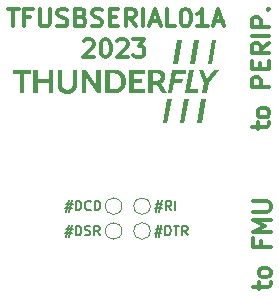
<source format=gbr>
%TF.GenerationSoftware,KiCad,Pcbnew,7.0.7-7.0.7~ubuntu23.04.1*%
%TF.CreationDate,2023-09-26T23:16:17+00:00*%
%TF.ProjectId,TFUSBSERIAL01,54465553-4253-4455-9249-414c30312e6b,REV*%
%TF.SameCoordinates,Original*%
%TF.FileFunction,Legend,Top*%
%TF.FilePolarity,Positive*%
%FSLAX46Y46*%
G04 Gerber Fmt 4.6, Leading zero omitted, Abs format (unit mm)*
G04 Created by KiCad (PCBNEW 7.0.7-7.0.7~ubuntu23.04.1) date 2023-09-26 23:16:17*
%MOMM*%
%LPD*%
G01*
G04 APERTURE LIST*
%ADD10C,0.000000*%
%ADD11C,0.300000*%
%ADD12C,0.150000*%
%ADD13C,0.120000*%
G04 APERTURE END LIST*
D10*
G36*
X155746561Y-97535119D02*
G01*
X155378577Y-97535119D01*
X155732220Y-95522529D01*
X156100204Y-95522529D01*
X155746561Y-97535119D01*
G37*
G36*
X158644224Y-97535119D02*
G01*
X158276242Y-97535119D01*
X158629884Y-95522529D01*
X158997919Y-95522529D01*
X158644224Y-97535119D01*
G37*
G36*
X159113751Y-93837567D02*
G01*
X159711815Y-93032547D01*
X160102816Y-93032547D01*
X159234559Y-94153887D01*
X159076338Y-95045120D01*
X158711267Y-95045120D01*
X158866525Y-94153887D01*
X158866526Y-94153887D01*
X158394985Y-93032547D01*
X158786038Y-93032547D01*
X159113751Y-93837567D01*
G37*
G36*
X151281112Y-93033018D02*
G01*
X151316323Y-93034434D01*
X151351052Y-93036794D01*
X151385298Y-93040097D01*
X151419060Y-93044344D01*
X151452341Y-93049535D01*
X151485139Y-93055670D01*
X151517454Y-93062749D01*
X151549288Y-93070771D01*
X151580641Y-93079737D01*
X151611512Y-93089647D01*
X151641902Y-93100501D01*
X151671811Y-93112299D01*
X151701239Y-93125041D01*
X151730187Y-93138726D01*
X151758655Y-93153355D01*
X151786476Y-93168862D01*
X151813521Y-93185202D01*
X151839791Y-93202373D01*
X151865286Y-93220377D01*
X151890007Y-93239212D01*
X151913953Y-93258878D01*
X151937124Y-93279375D01*
X151959520Y-93300704D01*
X151981142Y-93322863D01*
X152001990Y-93345853D01*
X152022063Y-93369672D01*
X152041361Y-93394322D01*
X152059886Y-93419802D01*
X152077636Y-93446111D01*
X152094613Y-93473250D01*
X152110815Y-93501218D01*
X152126137Y-93529940D01*
X152140469Y-93559313D01*
X152153814Y-93589335D01*
X152166170Y-93620007D01*
X152177537Y-93651329D01*
X152187916Y-93683303D01*
X152197307Y-93715927D01*
X152205709Y-93749202D01*
X152213122Y-93783128D01*
X152219547Y-93817705D01*
X152224984Y-93852934D01*
X152229432Y-93888814D01*
X152232892Y-93925347D01*
X152235363Y-93962531D01*
X152236846Y-94000368D01*
X152237340Y-94038857D01*
X152236846Y-94077337D01*
X152235363Y-94115168D01*
X152232892Y-94152349D01*
X152229432Y-94188881D01*
X152224984Y-94224763D01*
X152219547Y-94259995D01*
X152213122Y-94294576D01*
X152205709Y-94328507D01*
X152197307Y-94361787D01*
X152187916Y-94394415D01*
X152177537Y-94426393D01*
X152166170Y-94457719D01*
X152153814Y-94488392D01*
X152140469Y-94518414D01*
X152126137Y-94547784D01*
X152110815Y-94576501D01*
X152094613Y-94604482D01*
X152077637Y-94631630D01*
X152059886Y-94657946D01*
X152041362Y-94683429D01*
X152022063Y-94708081D01*
X152001990Y-94731900D01*
X151981143Y-94754887D01*
X151959521Y-94777043D01*
X151937124Y-94798367D01*
X151913953Y-94818860D01*
X151890007Y-94838521D01*
X151865286Y-94857351D01*
X151839791Y-94875350D01*
X151813521Y-94892519D01*
X151786476Y-94908857D01*
X151758655Y-94924364D01*
X151730187Y-94938995D01*
X151701239Y-94952681D01*
X151671811Y-94965421D01*
X151641902Y-94977216D01*
X151611512Y-94988067D01*
X151580641Y-94997972D01*
X151549288Y-95006933D01*
X151517454Y-95014950D01*
X151485139Y-95022023D01*
X151452341Y-95028152D01*
X151419060Y-95033338D01*
X151385298Y-95037580D01*
X151351052Y-95040879D01*
X151316323Y-95043235D01*
X151281112Y-95044649D01*
X151245416Y-95045120D01*
X150492201Y-95045120D01*
X150492201Y-93360349D01*
X150860182Y-93360349D01*
X150860182Y-94717370D01*
X151245416Y-94717370D01*
X151280820Y-94716669D01*
X151315157Y-94714565D01*
X151348428Y-94711057D01*
X151380632Y-94706146D01*
X151411769Y-94699832D01*
X151441840Y-94692113D01*
X151470844Y-94682990D01*
X151498781Y-94672462D01*
X151525652Y-94660530D01*
X151551456Y-94647192D01*
X151576194Y-94632449D01*
X151599865Y-94616300D01*
X151622470Y-94598744D01*
X151644008Y-94579783D01*
X151664479Y-94559414D01*
X151683884Y-94537639D01*
X151702157Y-94514641D01*
X151719253Y-94490551D01*
X151735171Y-94465370D01*
X151749912Y-94439098D01*
X151763474Y-94411735D01*
X151775859Y-94383282D01*
X151787065Y-94353740D01*
X151797092Y-94323107D01*
X151805941Y-94291385D01*
X151813611Y-94258574D01*
X151820101Y-94224675D01*
X151825412Y-94189687D01*
X151829543Y-94153611D01*
X151832494Y-94116447D01*
X151834264Y-94078195D01*
X151834855Y-94038857D01*
X151834264Y-93999508D01*
X151832494Y-93961249D01*
X151829543Y-93924079D01*
X151825412Y-93887998D01*
X151820101Y-93853007D01*
X151813611Y-93819105D01*
X151805941Y-93786292D01*
X151797092Y-93754569D01*
X151787065Y-93723936D01*
X151775859Y-93694392D01*
X151763474Y-93665938D01*
X151749912Y-93638574D01*
X151735171Y-93612300D01*
X151719253Y-93587115D01*
X151702157Y-93563021D01*
X151683884Y-93540017D01*
X151664479Y-93518269D01*
X151644008Y-93497923D01*
X151622470Y-93478978D01*
X151599865Y-93461435D01*
X151576194Y-93445294D01*
X151551456Y-93430556D01*
X151525652Y-93417220D01*
X151498781Y-93405286D01*
X151470844Y-93394756D01*
X151441840Y-93385629D01*
X151411769Y-93377905D01*
X151380632Y-93371586D01*
X151348428Y-93366670D01*
X151315157Y-93363158D01*
X151280820Y-93361051D01*
X151245416Y-93360349D01*
X150860182Y-93360349D01*
X150492201Y-93360349D01*
X150492201Y-93032547D01*
X151245416Y-93032547D01*
X151281112Y-93033018D01*
G37*
G36*
X156614393Y-92551004D02*
G01*
X156246410Y-92551004D01*
X156600000Y-90538425D01*
X156968036Y-90538425D01*
X156614393Y-92551004D01*
G37*
G36*
X157680189Y-94688637D02*
G01*
X158374772Y-94688637D01*
X158311538Y-95045120D01*
X157248972Y-95045120D01*
X157602667Y-93032547D01*
X157970648Y-93032547D01*
X157680189Y-94688637D01*
G37*
G36*
X144779508Y-93828947D02*
G01*
X145699490Y-93828947D01*
X145699490Y-93032547D01*
X146067552Y-93032547D01*
X146067552Y-95045120D01*
X145699490Y-95045120D01*
X145699490Y-94173980D01*
X144779508Y-94173980D01*
X144779508Y-95045120D01*
X144411531Y-95045120D01*
X144411531Y-93032547D01*
X144779508Y-93032547D01*
X144779508Y-93828947D01*
G37*
G36*
X158056160Y-92551004D02*
G01*
X157688124Y-92551004D01*
X158041820Y-90538425D01*
X158409803Y-90538425D01*
X158056160Y-92551004D01*
G37*
G36*
X157294267Y-93389078D02*
G01*
X156471942Y-93389078D01*
X156394366Y-93817475D01*
X157032649Y-93817475D01*
X156969361Y-94173980D01*
X156331077Y-94173980D01*
X156178731Y-95045120D01*
X155810695Y-95045120D01*
X156164390Y-93032547D01*
X157357502Y-93032547D01*
X157294267Y-93389078D01*
G37*
G36*
X149722898Y-94332110D02*
G01*
X149722898Y-93032547D01*
X150090880Y-93032547D01*
X150090880Y-95045120D01*
X149788991Y-95045120D01*
X148868981Y-93665133D01*
X148868981Y-95045120D01*
X148500999Y-95045120D01*
X148500999Y-93032547D01*
X148863214Y-93032547D01*
X149722898Y-94332110D01*
G37*
G36*
X154910280Y-93033148D02*
G01*
X154948920Y-93034952D01*
X154986497Y-93037959D01*
X155023012Y-93042169D01*
X155058462Y-93047581D01*
X155092848Y-93054195D01*
X155126169Y-93062012D01*
X155158424Y-93071030D01*
X155189614Y-93081250D01*
X155219737Y-93092672D01*
X155248793Y-93105295D01*
X155276781Y-93119119D01*
X155303701Y-93134145D01*
X155329553Y-93150372D01*
X155354335Y-93167799D01*
X155378047Y-93186428D01*
X155400510Y-93206226D01*
X155421523Y-93227182D01*
X155441086Y-93249296D01*
X155459200Y-93272568D01*
X155475864Y-93296998D01*
X155491079Y-93322586D01*
X155504844Y-93349331D01*
X155517160Y-93377233D01*
X155528026Y-93406292D01*
X155537443Y-93436508D01*
X155545412Y-93467881D01*
X155551931Y-93500410D01*
X155557002Y-93534096D01*
X155560623Y-93568937D01*
X155562796Y-93604935D01*
X155563521Y-93642088D01*
X155563171Y-93668028D01*
X155562125Y-93693373D01*
X155560380Y-93718122D01*
X155557938Y-93742275D01*
X155554799Y-93765833D01*
X155550964Y-93788795D01*
X155546432Y-93811162D01*
X155541204Y-93832933D01*
X155535280Y-93854109D01*
X155528661Y-93874689D01*
X155521346Y-93894674D01*
X155513337Y-93914064D01*
X155504633Y-93932858D01*
X155495234Y-93951058D01*
X155485142Y-93968662D01*
X155474356Y-93985671D01*
X155462913Y-94002168D01*
X155450888Y-94018251D01*
X155438281Y-94033919D01*
X155425092Y-94049173D01*
X155411321Y-94064012D01*
X155396967Y-94078436D01*
X155382031Y-94092444D01*
X155366512Y-94106038D01*
X155350410Y-94119216D01*
X155333725Y-94131979D01*
X155316457Y-94144325D01*
X155298605Y-94156256D01*
X155280170Y-94167771D01*
X155261151Y-94178870D01*
X155241548Y-94189553D01*
X155221362Y-94199819D01*
X155675651Y-95045120D01*
X155264436Y-95045120D01*
X154876291Y-94297593D01*
X154502595Y-94297593D01*
X154502595Y-95045120D01*
X154134559Y-95045120D01*
X154134559Y-93340193D01*
X154502596Y-93340193D01*
X154502596Y-93989972D01*
X154772788Y-93989972D01*
X154821884Y-93988692D01*
X154867812Y-93984849D01*
X154910572Y-93978445D01*
X154950163Y-93969481D01*
X154968770Y-93964038D01*
X154986586Y-93957955D01*
X155003609Y-93951232D01*
X155019841Y-93943869D01*
X155035280Y-93935866D01*
X155049928Y-93927223D01*
X155063783Y-93917940D01*
X155076847Y-93908017D01*
X155089119Y-93897453D01*
X155100599Y-93886250D01*
X155111287Y-93874408D01*
X155121183Y-93861925D01*
X155130287Y-93848803D01*
X155138600Y-93835040D01*
X155146121Y-93820638D01*
X155152850Y-93805597D01*
X155158787Y-93789915D01*
X155163933Y-93773594D01*
X155168287Y-93756634D01*
X155171849Y-93739034D01*
X155174620Y-93720794D01*
X155176599Y-93701915D01*
X155177786Y-93682396D01*
X155178182Y-93662238D01*
X155177822Y-93642770D01*
X155176744Y-93623897D01*
X155174946Y-93605620D01*
X155172429Y-93587939D01*
X155169194Y-93570852D01*
X155165240Y-93554361D01*
X155160568Y-93538465D01*
X155155177Y-93523164D01*
X155149068Y-93508457D01*
X155142242Y-93494345D01*
X155134698Y-93480828D01*
X155126436Y-93467905D01*
X155117456Y-93455575D01*
X155107760Y-93443840D01*
X155097346Y-93432698D01*
X155086215Y-93422150D01*
X155074266Y-93412227D01*
X155061418Y-93402944D01*
X155047670Y-93394300D01*
X155033024Y-93386297D01*
X155017479Y-93378934D01*
X155001035Y-93372211D01*
X154983693Y-93366128D01*
X154965452Y-93360685D01*
X154946312Y-93355882D01*
X154926274Y-93351720D01*
X154905338Y-93348198D01*
X154883503Y-93345316D01*
X154860770Y-93343075D01*
X154837139Y-93341474D01*
X154812610Y-93340513D01*
X154787183Y-93340193D01*
X154502596Y-93340193D01*
X154134559Y-93340193D01*
X154134559Y-93032547D01*
X154870577Y-93032547D01*
X154910280Y-93033148D01*
G37*
G36*
X159513591Y-92551004D02*
G01*
X159145608Y-92551004D01*
X159499197Y-90538425D01*
X159867286Y-90538425D01*
X159513591Y-92551004D01*
G37*
G36*
X146818514Y-94087741D02*
G01*
X146819098Y-94139117D01*
X146820847Y-94188288D01*
X146823764Y-94235253D01*
X146827848Y-94280014D01*
X146833100Y-94322570D01*
X146839519Y-94362922D01*
X146847107Y-94401069D01*
X146855863Y-94437013D01*
X146860786Y-94454212D01*
X146866215Y-94470925D01*
X146872149Y-94487154D01*
X146878590Y-94502898D01*
X146885537Y-94518157D01*
X146892990Y-94532933D01*
X146900949Y-94547224D01*
X146909414Y-94561032D01*
X146918385Y-94574357D01*
X146927862Y-94587198D01*
X146937846Y-94599557D01*
X146948336Y-94611433D01*
X146959333Y-94622828D01*
X146970836Y-94633740D01*
X146982845Y-94644170D01*
X146995362Y-94654120D01*
X147008443Y-94663514D01*
X147022188Y-94672303D01*
X147036597Y-94680487D01*
X147051669Y-94688065D01*
X147067405Y-94695038D01*
X147083806Y-94701405D01*
X147100870Y-94707166D01*
X147118598Y-94712322D01*
X147136990Y-94716871D01*
X147156047Y-94720814D01*
X147175768Y-94724151D01*
X147196153Y-94726882D01*
X147217203Y-94729006D01*
X147238917Y-94730523D01*
X147261296Y-94731434D01*
X147284339Y-94731737D01*
X147307346Y-94731434D01*
X147329694Y-94730523D01*
X147351383Y-94729006D01*
X147372412Y-94726882D01*
X147392780Y-94724151D01*
X147412489Y-94720814D01*
X147431536Y-94716871D01*
X147449922Y-94712322D01*
X147467647Y-94707166D01*
X147484709Y-94701405D01*
X147501109Y-94695038D01*
X147516846Y-94688065D01*
X147531920Y-94680487D01*
X147546330Y-94672303D01*
X147560076Y-94663514D01*
X147573158Y-94654120D01*
X147585666Y-94644171D01*
X147597670Y-94633740D01*
X147609170Y-94622828D01*
X147620165Y-94611434D01*
X147630655Y-94599557D01*
X147640641Y-94587198D01*
X147650121Y-94574357D01*
X147659095Y-94561032D01*
X147667563Y-94547224D01*
X147675525Y-94532933D01*
X147682980Y-94518157D01*
X147689929Y-94502898D01*
X147696370Y-94487154D01*
X147702303Y-94470925D01*
X147707729Y-94454212D01*
X147712646Y-94437013D01*
X147721407Y-94401069D01*
X147728998Y-94362922D01*
X147735420Y-94322570D01*
X147740673Y-94280014D01*
X147744757Y-94235254D01*
X147747674Y-94188288D01*
X147749423Y-94139117D01*
X147750006Y-94087741D01*
X147750006Y-93032547D01*
X148117989Y-93032547D01*
X148117989Y-94182621D01*
X148117169Y-94234734D01*
X148114710Y-94285421D01*
X148110611Y-94334683D01*
X148104874Y-94382519D01*
X148097497Y-94428928D01*
X148088482Y-94473912D01*
X148077828Y-94517470D01*
X148065535Y-94559602D01*
X148051604Y-94600309D01*
X148036035Y-94639589D01*
X148018828Y-94677443D01*
X147999983Y-94713871D01*
X147979500Y-94748873D01*
X147957380Y-94782449D01*
X147933622Y-94814599D01*
X147908227Y-94845322D01*
X147881178Y-94874387D01*
X147852536Y-94901576D01*
X147822301Y-94926891D01*
X147790474Y-94950331D01*
X147757055Y-94971895D01*
X147722043Y-94991585D01*
X147685439Y-95009399D01*
X147647242Y-95025339D01*
X147607453Y-95039403D01*
X147566071Y-95051592D01*
X147523097Y-95061906D01*
X147478530Y-95070345D01*
X147432371Y-95076909D01*
X147384620Y-95081597D01*
X147335276Y-95084410D01*
X147284339Y-95085347D01*
X147233374Y-95084410D01*
X147184005Y-95081597D01*
X147136230Y-95076909D01*
X147090051Y-95070345D01*
X147045467Y-95061906D01*
X147002479Y-95051592D01*
X146961086Y-95039403D01*
X146921289Y-95025339D01*
X146883087Y-95009399D01*
X146846482Y-94991585D01*
X146811472Y-94971895D01*
X146778058Y-94950331D01*
X146746240Y-94926891D01*
X146716018Y-94901576D01*
X146687392Y-94874387D01*
X146660362Y-94845322D01*
X146634948Y-94814599D01*
X146611174Y-94782449D01*
X146589040Y-94748873D01*
X146568546Y-94713871D01*
X146549692Y-94677443D01*
X146532478Y-94639589D01*
X146516904Y-94600309D01*
X146502970Y-94559602D01*
X146490675Y-94517470D01*
X146480020Y-94473912D01*
X146471005Y-94428928D01*
X146463628Y-94382519D01*
X146457892Y-94334683D01*
X146453794Y-94285421D01*
X146451335Y-94234734D01*
X146450516Y-94182621D01*
X146450516Y-93032547D01*
X146818514Y-93032547D01*
X146818514Y-94087741D01*
G37*
G36*
X144205135Y-93389078D02*
G01*
X143635847Y-93389078D01*
X143635847Y-95045120D01*
X143267827Y-95045120D01*
X143267827Y-93389078D01*
X142698560Y-93389078D01*
X142698560Y-93032547D01*
X144205135Y-93032547D01*
X144205135Y-93389078D01*
G37*
G36*
X153814838Y-93389078D02*
G01*
X152903454Y-93389078D01*
X152903454Y-93817475D01*
X153610737Y-93817475D01*
X153610737Y-94173980D01*
X152903454Y-94173980D01*
X152903454Y-94688637D01*
X153843677Y-94688637D01*
X153843677Y-95045120D01*
X152526845Y-95045120D01*
X152526845Y-93032547D01*
X153814838Y-93032547D01*
X153814838Y-93389078D01*
G37*
G36*
X157188593Y-97535119D02*
G01*
X156820609Y-97535119D01*
X157174252Y-95522529D01*
X157542289Y-95522529D01*
X157188593Y-97535119D01*
G37*
D11*
X163478328Y-111621428D02*
X163478328Y-111050000D01*
X162978328Y-111407143D02*
X164264042Y-111407143D01*
X164264042Y-111407143D02*
X164406900Y-111335714D01*
X164406900Y-111335714D02*
X164478328Y-111192857D01*
X164478328Y-111192857D02*
X164478328Y-111050000D01*
X164478328Y-110335714D02*
X164406900Y-110478571D01*
X164406900Y-110478571D02*
X164335471Y-110550000D01*
X164335471Y-110550000D02*
X164192614Y-110621428D01*
X164192614Y-110621428D02*
X163764042Y-110621428D01*
X163764042Y-110621428D02*
X163621185Y-110550000D01*
X163621185Y-110550000D02*
X163549757Y-110478571D01*
X163549757Y-110478571D02*
X163478328Y-110335714D01*
X163478328Y-110335714D02*
X163478328Y-110121428D01*
X163478328Y-110121428D02*
X163549757Y-109978571D01*
X163549757Y-109978571D02*
X163621185Y-109907143D01*
X163621185Y-109907143D02*
X163764042Y-109835714D01*
X163764042Y-109835714D02*
X164192614Y-109835714D01*
X164192614Y-109835714D02*
X164335471Y-109907143D01*
X164335471Y-109907143D02*
X164406900Y-109978571D01*
X164406900Y-109978571D02*
X164478328Y-110121428D01*
X164478328Y-110121428D02*
X164478328Y-110335714D01*
X163692614Y-107550000D02*
X163692614Y-108050000D01*
X164478328Y-108050000D02*
X162978328Y-108050000D01*
X162978328Y-108050000D02*
X162978328Y-107335714D01*
X164478328Y-106764286D02*
X162978328Y-106764286D01*
X162978328Y-106764286D02*
X164049757Y-106264286D01*
X164049757Y-106264286D02*
X162978328Y-105764286D01*
X162978328Y-105764286D02*
X164478328Y-105764286D01*
X162978328Y-105050000D02*
X164192614Y-105050000D01*
X164192614Y-105050000D02*
X164335471Y-104978571D01*
X164335471Y-104978571D02*
X164406900Y-104907143D01*
X164406900Y-104907143D02*
X164478328Y-104764285D01*
X164478328Y-104764285D02*
X164478328Y-104478571D01*
X164478328Y-104478571D02*
X164406900Y-104335714D01*
X164406900Y-104335714D02*
X164335471Y-104264285D01*
X164335471Y-104264285D02*
X164192614Y-104192857D01*
X164192614Y-104192857D02*
X162978328Y-104192857D01*
X163378328Y-98078571D02*
X163378328Y-97507143D01*
X162878328Y-97864286D02*
X164164042Y-97864286D01*
X164164042Y-97864286D02*
X164306900Y-97792857D01*
X164306900Y-97792857D02*
X164378328Y-97650000D01*
X164378328Y-97650000D02*
X164378328Y-97507143D01*
X164378328Y-96792857D02*
X164306900Y-96935714D01*
X164306900Y-96935714D02*
X164235471Y-97007143D01*
X164235471Y-97007143D02*
X164092614Y-97078571D01*
X164092614Y-97078571D02*
X163664042Y-97078571D01*
X163664042Y-97078571D02*
X163521185Y-97007143D01*
X163521185Y-97007143D02*
X163449757Y-96935714D01*
X163449757Y-96935714D02*
X163378328Y-96792857D01*
X163378328Y-96792857D02*
X163378328Y-96578571D01*
X163378328Y-96578571D02*
X163449757Y-96435714D01*
X163449757Y-96435714D02*
X163521185Y-96364286D01*
X163521185Y-96364286D02*
X163664042Y-96292857D01*
X163664042Y-96292857D02*
X164092614Y-96292857D01*
X164092614Y-96292857D02*
X164235471Y-96364286D01*
X164235471Y-96364286D02*
X164306900Y-96435714D01*
X164306900Y-96435714D02*
X164378328Y-96578571D01*
X164378328Y-96578571D02*
X164378328Y-96792857D01*
X164378328Y-94507143D02*
X162878328Y-94507143D01*
X162878328Y-94507143D02*
X162878328Y-93935714D01*
X162878328Y-93935714D02*
X162949757Y-93792857D01*
X162949757Y-93792857D02*
X163021185Y-93721428D01*
X163021185Y-93721428D02*
X163164042Y-93650000D01*
X163164042Y-93650000D02*
X163378328Y-93650000D01*
X163378328Y-93650000D02*
X163521185Y-93721428D01*
X163521185Y-93721428D02*
X163592614Y-93792857D01*
X163592614Y-93792857D02*
X163664042Y-93935714D01*
X163664042Y-93935714D02*
X163664042Y-94507143D01*
X163592614Y-93007143D02*
X163592614Y-92507143D01*
X164378328Y-92292857D02*
X164378328Y-93007143D01*
X164378328Y-93007143D02*
X162878328Y-93007143D01*
X162878328Y-93007143D02*
X162878328Y-92292857D01*
X164378328Y-90792857D02*
X163664042Y-91292857D01*
X164378328Y-91650000D02*
X162878328Y-91650000D01*
X162878328Y-91650000D02*
X162878328Y-91078571D01*
X162878328Y-91078571D02*
X162949757Y-90935714D01*
X162949757Y-90935714D02*
X163021185Y-90864285D01*
X163021185Y-90864285D02*
X163164042Y-90792857D01*
X163164042Y-90792857D02*
X163378328Y-90792857D01*
X163378328Y-90792857D02*
X163521185Y-90864285D01*
X163521185Y-90864285D02*
X163592614Y-90935714D01*
X163592614Y-90935714D02*
X163664042Y-91078571D01*
X163664042Y-91078571D02*
X163664042Y-91650000D01*
X164378328Y-90150000D02*
X162878328Y-90150000D01*
X164378328Y-89435714D02*
X162878328Y-89435714D01*
X162878328Y-89435714D02*
X162878328Y-88864285D01*
X162878328Y-88864285D02*
X162949757Y-88721428D01*
X162949757Y-88721428D02*
X163021185Y-88649999D01*
X163021185Y-88649999D02*
X163164042Y-88578571D01*
X163164042Y-88578571D02*
X163378328Y-88578571D01*
X163378328Y-88578571D02*
X163521185Y-88649999D01*
X163521185Y-88649999D02*
X163592614Y-88721428D01*
X163592614Y-88721428D02*
X163664042Y-88864285D01*
X163664042Y-88864285D02*
X163664042Y-89435714D01*
X164235471Y-87935714D02*
X164306900Y-87864285D01*
X164306900Y-87864285D02*
X164378328Y-87935714D01*
X164378328Y-87935714D02*
X164306900Y-88007142D01*
X164306900Y-88007142D02*
X164235471Y-87935714D01*
X164235471Y-87935714D02*
X164378328Y-87935714D01*
X142288221Y-87878328D02*
X143145364Y-87878328D01*
X142716792Y-89378328D02*
X142716792Y-87878328D01*
X144145363Y-88592614D02*
X143645363Y-88592614D01*
X143645363Y-89378328D02*
X143645363Y-87878328D01*
X143645363Y-87878328D02*
X144359649Y-87878328D01*
X144931077Y-87878328D02*
X144931077Y-89092614D01*
X144931077Y-89092614D02*
X145002506Y-89235471D01*
X145002506Y-89235471D02*
X145073935Y-89306900D01*
X145073935Y-89306900D02*
X145216792Y-89378328D01*
X145216792Y-89378328D02*
X145502506Y-89378328D01*
X145502506Y-89378328D02*
X145645363Y-89306900D01*
X145645363Y-89306900D02*
X145716792Y-89235471D01*
X145716792Y-89235471D02*
X145788220Y-89092614D01*
X145788220Y-89092614D02*
X145788220Y-87878328D01*
X146431078Y-89306900D02*
X146645364Y-89378328D01*
X146645364Y-89378328D02*
X147002506Y-89378328D01*
X147002506Y-89378328D02*
X147145364Y-89306900D01*
X147145364Y-89306900D02*
X147216792Y-89235471D01*
X147216792Y-89235471D02*
X147288221Y-89092614D01*
X147288221Y-89092614D02*
X147288221Y-88949757D01*
X147288221Y-88949757D02*
X147216792Y-88806900D01*
X147216792Y-88806900D02*
X147145364Y-88735471D01*
X147145364Y-88735471D02*
X147002506Y-88664042D01*
X147002506Y-88664042D02*
X146716792Y-88592614D01*
X146716792Y-88592614D02*
X146573935Y-88521185D01*
X146573935Y-88521185D02*
X146502506Y-88449757D01*
X146502506Y-88449757D02*
X146431078Y-88306900D01*
X146431078Y-88306900D02*
X146431078Y-88164042D01*
X146431078Y-88164042D02*
X146502506Y-88021185D01*
X146502506Y-88021185D02*
X146573935Y-87949757D01*
X146573935Y-87949757D02*
X146716792Y-87878328D01*
X146716792Y-87878328D02*
X147073935Y-87878328D01*
X147073935Y-87878328D02*
X147288221Y-87949757D01*
X148431077Y-88592614D02*
X148645363Y-88664042D01*
X148645363Y-88664042D02*
X148716792Y-88735471D01*
X148716792Y-88735471D02*
X148788220Y-88878328D01*
X148788220Y-88878328D02*
X148788220Y-89092614D01*
X148788220Y-89092614D02*
X148716792Y-89235471D01*
X148716792Y-89235471D02*
X148645363Y-89306900D01*
X148645363Y-89306900D02*
X148502506Y-89378328D01*
X148502506Y-89378328D02*
X147931077Y-89378328D01*
X147931077Y-89378328D02*
X147931077Y-87878328D01*
X147931077Y-87878328D02*
X148431077Y-87878328D01*
X148431077Y-87878328D02*
X148573935Y-87949757D01*
X148573935Y-87949757D02*
X148645363Y-88021185D01*
X148645363Y-88021185D02*
X148716792Y-88164042D01*
X148716792Y-88164042D02*
X148716792Y-88306900D01*
X148716792Y-88306900D02*
X148645363Y-88449757D01*
X148645363Y-88449757D02*
X148573935Y-88521185D01*
X148573935Y-88521185D02*
X148431077Y-88592614D01*
X148431077Y-88592614D02*
X147931077Y-88592614D01*
X149359649Y-89306900D02*
X149573935Y-89378328D01*
X149573935Y-89378328D02*
X149931077Y-89378328D01*
X149931077Y-89378328D02*
X150073935Y-89306900D01*
X150073935Y-89306900D02*
X150145363Y-89235471D01*
X150145363Y-89235471D02*
X150216792Y-89092614D01*
X150216792Y-89092614D02*
X150216792Y-88949757D01*
X150216792Y-88949757D02*
X150145363Y-88806900D01*
X150145363Y-88806900D02*
X150073935Y-88735471D01*
X150073935Y-88735471D02*
X149931077Y-88664042D01*
X149931077Y-88664042D02*
X149645363Y-88592614D01*
X149645363Y-88592614D02*
X149502506Y-88521185D01*
X149502506Y-88521185D02*
X149431077Y-88449757D01*
X149431077Y-88449757D02*
X149359649Y-88306900D01*
X149359649Y-88306900D02*
X149359649Y-88164042D01*
X149359649Y-88164042D02*
X149431077Y-88021185D01*
X149431077Y-88021185D02*
X149502506Y-87949757D01*
X149502506Y-87949757D02*
X149645363Y-87878328D01*
X149645363Y-87878328D02*
X150002506Y-87878328D01*
X150002506Y-87878328D02*
X150216792Y-87949757D01*
X150859648Y-88592614D02*
X151359648Y-88592614D01*
X151573934Y-89378328D02*
X150859648Y-89378328D01*
X150859648Y-89378328D02*
X150859648Y-87878328D01*
X150859648Y-87878328D02*
X151573934Y-87878328D01*
X153073934Y-89378328D02*
X152573934Y-88664042D01*
X152216791Y-89378328D02*
X152216791Y-87878328D01*
X152216791Y-87878328D02*
X152788220Y-87878328D01*
X152788220Y-87878328D02*
X152931077Y-87949757D01*
X152931077Y-87949757D02*
X153002506Y-88021185D01*
X153002506Y-88021185D02*
X153073934Y-88164042D01*
X153073934Y-88164042D02*
X153073934Y-88378328D01*
X153073934Y-88378328D02*
X153002506Y-88521185D01*
X153002506Y-88521185D02*
X152931077Y-88592614D01*
X152931077Y-88592614D02*
X152788220Y-88664042D01*
X152788220Y-88664042D02*
X152216791Y-88664042D01*
X153716791Y-89378328D02*
X153716791Y-87878328D01*
X154359649Y-88949757D02*
X155073935Y-88949757D01*
X154216792Y-89378328D02*
X154716792Y-87878328D01*
X154716792Y-87878328D02*
X155216792Y-89378328D01*
X156431077Y-89378328D02*
X155716791Y-89378328D01*
X155716791Y-89378328D02*
X155716791Y-87878328D01*
X157216792Y-87878328D02*
X157359649Y-87878328D01*
X157359649Y-87878328D02*
X157502506Y-87949757D01*
X157502506Y-87949757D02*
X157573935Y-88021185D01*
X157573935Y-88021185D02*
X157645363Y-88164042D01*
X157645363Y-88164042D02*
X157716792Y-88449757D01*
X157716792Y-88449757D02*
X157716792Y-88806900D01*
X157716792Y-88806900D02*
X157645363Y-89092614D01*
X157645363Y-89092614D02*
X157573935Y-89235471D01*
X157573935Y-89235471D02*
X157502506Y-89306900D01*
X157502506Y-89306900D02*
X157359649Y-89378328D01*
X157359649Y-89378328D02*
X157216792Y-89378328D01*
X157216792Y-89378328D02*
X157073935Y-89306900D01*
X157073935Y-89306900D02*
X157002506Y-89235471D01*
X157002506Y-89235471D02*
X156931077Y-89092614D01*
X156931077Y-89092614D02*
X156859649Y-88806900D01*
X156859649Y-88806900D02*
X156859649Y-88449757D01*
X156859649Y-88449757D02*
X156931077Y-88164042D01*
X156931077Y-88164042D02*
X157002506Y-88021185D01*
X157002506Y-88021185D02*
X157073935Y-87949757D01*
X157073935Y-87949757D02*
X157216792Y-87878328D01*
X159145363Y-89378328D02*
X158288220Y-89378328D01*
X158716791Y-89378328D02*
X158716791Y-87878328D01*
X158716791Y-87878328D02*
X158573934Y-88092614D01*
X158573934Y-88092614D02*
X158431077Y-88235471D01*
X158431077Y-88235471D02*
X158288220Y-88306900D01*
X159716791Y-88949757D02*
X160431077Y-88949757D01*
X159573934Y-89378328D02*
X160073934Y-87878328D01*
X160073934Y-87878328D02*
X160573934Y-89378328D01*
X148659649Y-90621185D02*
X148731077Y-90549757D01*
X148731077Y-90549757D02*
X148873935Y-90478328D01*
X148873935Y-90478328D02*
X149231077Y-90478328D01*
X149231077Y-90478328D02*
X149373935Y-90549757D01*
X149373935Y-90549757D02*
X149445363Y-90621185D01*
X149445363Y-90621185D02*
X149516792Y-90764042D01*
X149516792Y-90764042D02*
X149516792Y-90906900D01*
X149516792Y-90906900D02*
X149445363Y-91121185D01*
X149445363Y-91121185D02*
X148588220Y-91978328D01*
X148588220Y-91978328D02*
X149516792Y-91978328D01*
X150445363Y-90478328D02*
X150588220Y-90478328D01*
X150588220Y-90478328D02*
X150731077Y-90549757D01*
X150731077Y-90549757D02*
X150802506Y-90621185D01*
X150802506Y-90621185D02*
X150873934Y-90764042D01*
X150873934Y-90764042D02*
X150945363Y-91049757D01*
X150945363Y-91049757D02*
X150945363Y-91406900D01*
X150945363Y-91406900D02*
X150873934Y-91692614D01*
X150873934Y-91692614D02*
X150802506Y-91835471D01*
X150802506Y-91835471D02*
X150731077Y-91906900D01*
X150731077Y-91906900D02*
X150588220Y-91978328D01*
X150588220Y-91978328D02*
X150445363Y-91978328D01*
X150445363Y-91978328D02*
X150302506Y-91906900D01*
X150302506Y-91906900D02*
X150231077Y-91835471D01*
X150231077Y-91835471D02*
X150159648Y-91692614D01*
X150159648Y-91692614D02*
X150088220Y-91406900D01*
X150088220Y-91406900D02*
X150088220Y-91049757D01*
X150088220Y-91049757D02*
X150159648Y-90764042D01*
X150159648Y-90764042D02*
X150231077Y-90621185D01*
X150231077Y-90621185D02*
X150302506Y-90549757D01*
X150302506Y-90549757D02*
X150445363Y-90478328D01*
X151516791Y-90621185D02*
X151588219Y-90549757D01*
X151588219Y-90549757D02*
X151731077Y-90478328D01*
X151731077Y-90478328D02*
X152088219Y-90478328D01*
X152088219Y-90478328D02*
X152231077Y-90549757D01*
X152231077Y-90549757D02*
X152302505Y-90621185D01*
X152302505Y-90621185D02*
X152373934Y-90764042D01*
X152373934Y-90764042D02*
X152373934Y-90906900D01*
X152373934Y-90906900D02*
X152302505Y-91121185D01*
X152302505Y-91121185D02*
X151445362Y-91978328D01*
X151445362Y-91978328D02*
X152373934Y-91978328D01*
X152873933Y-90478328D02*
X153802505Y-90478328D01*
X153802505Y-90478328D02*
X153302505Y-91049757D01*
X153302505Y-91049757D02*
X153516790Y-91049757D01*
X153516790Y-91049757D02*
X153659648Y-91121185D01*
X153659648Y-91121185D02*
X153731076Y-91192614D01*
X153731076Y-91192614D02*
X153802505Y-91335471D01*
X153802505Y-91335471D02*
X153802505Y-91692614D01*
X153802505Y-91692614D02*
X153731076Y-91835471D01*
X153731076Y-91835471D02*
X153659648Y-91906900D01*
X153659648Y-91906900D02*
X153516790Y-91978328D01*
X153516790Y-91978328D02*
X153088219Y-91978328D01*
X153088219Y-91978328D02*
X152945362Y-91906900D01*
X152945362Y-91906900D02*
X152873933Y-91835471D01*
D12*
X147152380Y-104428961D02*
X147723809Y-104428961D01*
X147380952Y-104086104D02*
X147152380Y-105114676D01*
X147647619Y-104771819D02*
X147076190Y-104771819D01*
X147419047Y-105114676D02*
X147647619Y-104086104D01*
X147990476Y-104962295D02*
X147990476Y-104162295D01*
X147990476Y-104162295D02*
X148180952Y-104162295D01*
X148180952Y-104162295D02*
X148295238Y-104200390D01*
X148295238Y-104200390D02*
X148371428Y-104276580D01*
X148371428Y-104276580D02*
X148409523Y-104352771D01*
X148409523Y-104352771D02*
X148447619Y-104505152D01*
X148447619Y-104505152D02*
X148447619Y-104619438D01*
X148447619Y-104619438D02*
X148409523Y-104771819D01*
X148409523Y-104771819D02*
X148371428Y-104848009D01*
X148371428Y-104848009D02*
X148295238Y-104924200D01*
X148295238Y-104924200D02*
X148180952Y-104962295D01*
X148180952Y-104962295D02*
X147990476Y-104962295D01*
X149247619Y-104886104D02*
X149209523Y-104924200D01*
X149209523Y-104924200D02*
X149095238Y-104962295D01*
X149095238Y-104962295D02*
X149019047Y-104962295D01*
X149019047Y-104962295D02*
X148904761Y-104924200D01*
X148904761Y-104924200D02*
X148828571Y-104848009D01*
X148828571Y-104848009D02*
X148790476Y-104771819D01*
X148790476Y-104771819D02*
X148752380Y-104619438D01*
X148752380Y-104619438D02*
X148752380Y-104505152D01*
X148752380Y-104505152D02*
X148790476Y-104352771D01*
X148790476Y-104352771D02*
X148828571Y-104276580D01*
X148828571Y-104276580D02*
X148904761Y-104200390D01*
X148904761Y-104200390D02*
X149019047Y-104162295D01*
X149019047Y-104162295D02*
X149095238Y-104162295D01*
X149095238Y-104162295D02*
X149209523Y-104200390D01*
X149209523Y-104200390D02*
X149247619Y-104238485D01*
X149590476Y-104962295D02*
X149590476Y-104162295D01*
X149590476Y-104162295D02*
X149780952Y-104162295D01*
X149780952Y-104162295D02*
X149895238Y-104200390D01*
X149895238Y-104200390D02*
X149971428Y-104276580D01*
X149971428Y-104276580D02*
X150009523Y-104352771D01*
X150009523Y-104352771D02*
X150047619Y-104505152D01*
X150047619Y-104505152D02*
X150047619Y-104619438D01*
X150047619Y-104619438D02*
X150009523Y-104771819D01*
X150009523Y-104771819D02*
X149971428Y-104848009D01*
X149971428Y-104848009D02*
X149895238Y-104924200D01*
X149895238Y-104924200D02*
X149780952Y-104962295D01*
X149780952Y-104962295D02*
X149590476Y-104962295D01*
X154747618Y-106528961D02*
X155319047Y-106528961D01*
X154976190Y-106186104D02*
X154747618Y-107214676D01*
X155242857Y-106871819D02*
X154671428Y-106871819D01*
X155014285Y-107214676D02*
X155242857Y-106186104D01*
X155585714Y-107062295D02*
X155585714Y-106262295D01*
X155585714Y-106262295D02*
X155776190Y-106262295D01*
X155776190Y-106262295D02*
X155890476Y-106300390D01*
X155890476Y-106300390D02*
X155966666Y-106376580D01*
X155966666Y-106376580D02*
X156004761Y-106452771D01*
X156004761Y-106452771D02*
X156042857Y-106605152D01*
X156042857Y-106605152D02*
X156042857Y-106719438D01*
X156042857Y-106719438D02*
X156004761Y-106871819D01*
X156004761Y-106871819D02*
X155966666Y-106948009D01*
X155966666Y-106948009D02*
X155890476Y-107024200D01*
X155890476Y-107024200D02*
X155776190Y-107062295D01*
X155776190Y-107062295D02*
X155585714Y-107062295D01*
X156271428Y-106262295D02*
X156728571Y-106262295D01*
X156499999Y-107062295D02*
X156499999Y-106262295D01*
X157452381Y-107062295D02*
X157185714Y-106681342D01*
X156995238Y-107062295D02*
X156995238Y-106262295D01*
X156995238Y-106262295D02*
X157300000Y-106262295D01*
X157300000Y-106262295D02*
X157376190Y-106300390D01*
X157376190Y-106300390D02*
X157414285Y-106338485D01*
X157414285Y-106338485D02*
X157452381Y-106414676D01*
X157452381Y-106414676D02*
X157452381Y-106528961D01*
X157452381Y-106528961D02*
X157414285Y-106605152D01*
X157414285Y-106605152D02*
X157376190Y-106643247D01*
X157376190Y-106643247D02*
X157300000Y-106681342D01*
X157300000Y-106681342D02*
X156995238Y-106681342D01*
X154761904Y-104428961D02*
X155333333Y-104428961D01*
X154990476Y-104086104D02*
X154761904Y-105114676D01*
X155257143Y-104771819D02*
X154685714Y-104771819D01*
X155028571Y-105114676D02*
X155257143Y-104086104D01*
X156057143Y-104962295D02*
X155790476Y-104581342D01*
X155600000Y-104962295D02*
X155600000Y-104162295D01*
X155600000Y-104162295D02*
X155904762Y-104162295D01*
X155904762Y-104162295D02*
X155980952Y-104200390D01*
X155980952Y-104200390D02*
X156019047Y-104238485D01*
X156019047Y-104238485D02*
X156057143Y-104314676D01*
X156057143Y-104314676D02*
X156057143Y-104428961D01*
X156057143Y-104428961D02*
X156019047Y-104505152D01*
X156019047Y-104505152D02*
X155980952Y-104543247D01*
X155980952Y-104543247D02*
X155904762Y-104581342D01*
X155904762Y-104581342D02*
X155600000Y-104581342D01*
X156400000Y-104962295D02*
X156400000Y-104162295D01*
X147171428Y-106528961D02*
X147742857Y-106528961D01*
X147400000Y-106186104D02*
X147171428Y-107214676D01*
X147666667Y-106871819D02*
X147095238Y-106871819D01*
X147438095Y-107214676D02*
X147666667Y-106186104D01*
X148009524Y-107062295D02*
X148009524Y-106262295D01*
X148009524Y-106262295D02*
X148200000Y-106262295D01*
X148200000Y-106262295D02*
X148314286Y-106300390D01*
X148314286Y-106300390D02*
X148390476Y-106376580D01*
X148390476Y-106376580D02*
X148428571Y-106452771D01*
X148428571Y-106452771D02*
X148466667Y-106605152D01*
X148466667Y-106605152D02*
X148466667Y-106719438D01*
X148466667Y-106719438D02*
X148428571Y-106871819D01*
X148428571Y-106871819D02*
X148390476Y-106948009D01*
X148390476Y-106948009D02*
X148314286Y-107024200D01*
X148314286Y-107024200D02*
X148200000Y-107062295D01*
X148200000Y-107062295D02*
X148009524Y-107062295D01*
X148771428Y-107024200D02*
X148885714Y-107062295D01*
X148885714Y-107062295D02*
X149076190Y-107062295D01*
X149076190Y-107062295D02*
X149152381Y-107024200D01*
X149152381Y-107024200D02*
X149190476Y-106986104D01*
X149190476Y-106986104D02*
X149228571Y-106909914D01*
X149228571Y-106909914D02*
X149228571Y-106833723D01*
X149228571Y-106833723D02*
X149190476Y-106757533D01*
X149190476Y-106757533D02*
X149152381Y-106719438D01*
X149152381Y-106719438D02*
X149076190Y-106681342D01*
X149076190Y-106681342D02*
X148923809Y-106643247D01*
X148923809Y-106643247D02*
X148847619Y-106605152D01*
X148847619Y-106605152D02*
X148809524Y-106567057D01*
X148809524Y-106567057D02*
X148771428Y-106490866D01*
X148771428Y-106490866D02*
X148771428Y-106414676D01*
X148771428Y-106414676D02*
X148809524Y-106338485D01*
X148809524Y-106338485D02*
X148847619Y-106300390D01*
X148847619Y-106300390D02*
X148923809Y-106262295D01*
X148923809Y-106262295D02*
X149114286Y-106262295D01*
X149114286Y-106262295D02*
X149228571Y-106300390D01*
X150028572Y-107062295D02*
X149761905Y-106681342D01*
X149571429Y-107062295D02*
X149571429Y-106262295D01*
X149571429Y-106262295D02*
X149876191Y-106262295D01*
X149876191Y-106262295D02*
X149952381Y-106300390D01*
X149952381Y-106300390D02*
X149990476Y-106338485D01*
X149990476Y-106338485D02*
X150028572Y-106414676D01*
X150028572Y-106414676D02*
X150028572Y-106528961D01*
X150028572Y-106528961D02*
X149990476Y-106605152D01*
X149990476Y-106605152D02*
X149952381Y-106643247D01*
X149952381Y-106643247D02*
X149876191Y-106681342D01*
X149876191Y-106681342D02*
X149571429Y-106681342D01*
D13*
%TO.C,TP3*%
X151900000Y-104600000D02*
G75*
G03*
X151900000Y-104600000I-700000J0D01*
G01*
%TO.C,TP1*%
X154300000Y-106700000D02*
G75*
G03*
X154300000Y-106700000I-700000J0D01*
G01*
%TO.C,TP4*%
X154300000Y-104600000D02*
G75*
G03*
X154300000Y-104600000I-700000J0D01*
G01*
%TO.C,TP2*%
X151900000Y-106700000D02*
G75*
G03*
X151900000Y-106700000I-700000J0D01*
G01*
%TD*%
M02*

</source>
